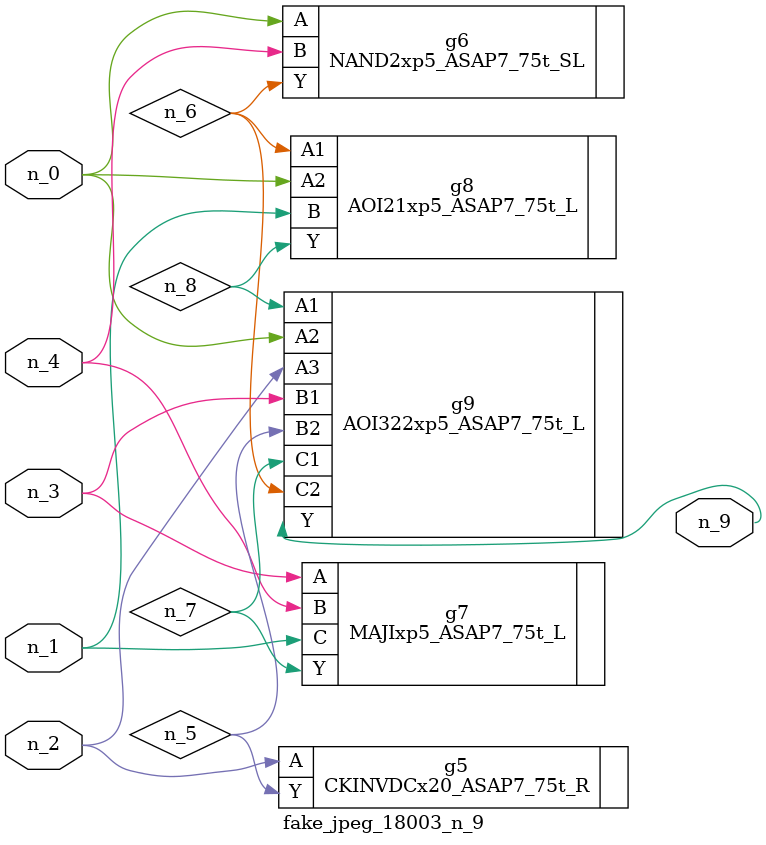
<source format=v>
module fake_jpeg_18003_n_9 (n_3, n_2, n_1, n_0, n_4, n_9);

input n_3;
input n_2;
input n_1;
input n_0;
input n_4;

output n_9;

wire n_8;
wire n_6;
wire n_5;
wire n_7;

CKINVDCx20_ASAP7_75t_R g5 ( 
.A(n_2),
.Y(n_5)
);

NAND2xp5_ASAP7_75t_SL g6 ( 
.A(n_0),
.B(n_4),
.Y(n_6)
);

MAJIxp5_ASAP7_75t_L g7 ( 
.A(n_3),
.B(n_4),
.C(n_1),
.Y(n_7)
);

AOI21xp5_ASAP7_75t_L g8 ( 
.A1(n_6),
.A2(n_0),
.B(n_1),
.Y(n_8)
);

AOI322xp5_ASAP7_75t_L g9 ( 
.A1(n_8),
.A2(n_0),
.A3(n_2),
.B1(n_3),
.B2(n_5),
.C1(n_7),
.C2(n_6),
.Y(n_9)
);


endmodule
</source>
